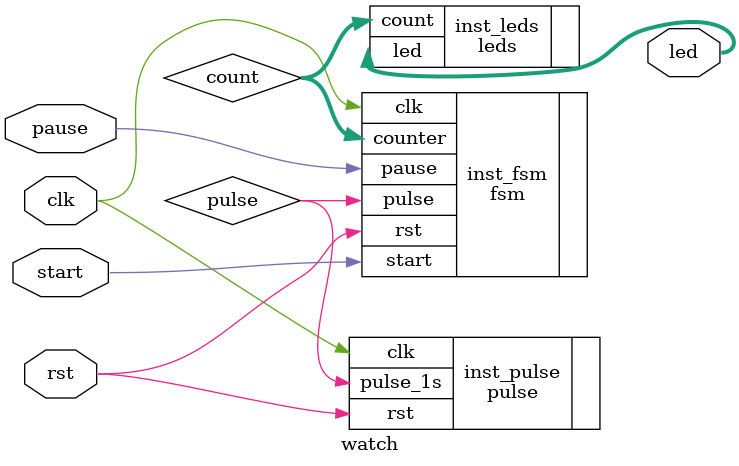
<source format=v>
module watch
(
    input clk, rst,
    input start,
    input pause,
    output [7 : 0] led
);

wire pulse;
wire [7 : 0] count;

// pulse instace
pulse
    inst_pulse(
        .clk(clk),
        .rst(rst),
        .pulse_1s(pulse)
    );

// fsm instance
fsm 
    inst_fsm(
        .clk(clk),
        .rst(rst),
        .start(start),
        .pause(pause),
        .pulse(pulse),
        .counter(count),
    );

// led instance
leds 
    inst_leds(
        .count(count),
        .led(led)
);

endmodule

</source>
